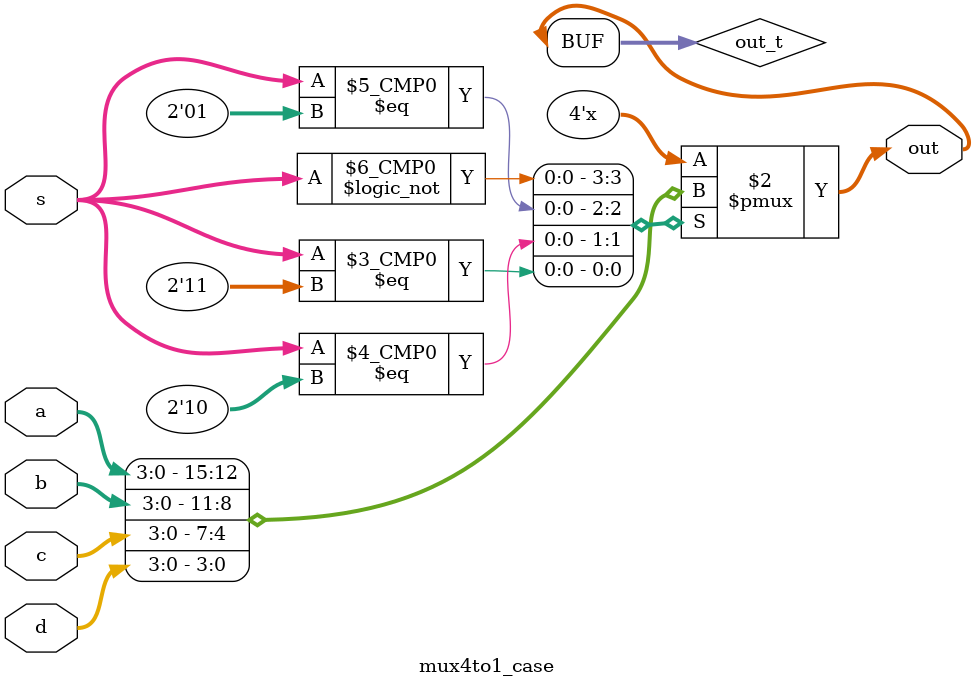
<source format=v>
module mux4to1_case 
    # (parameter w=3)
    (
    input [w:0] a,b,c,d,
    input [1:0] s,
    output [3:0] out);
    reg[3:0] out_t;
        always @(*)
        case (s)
            2'b00: out_t=a;
            2'b01: out_t=b;
            2'b10: out_t=c;
            2'b11: out_t=d;
        endcase
    assign out=out_t;
endmodule

</source>
